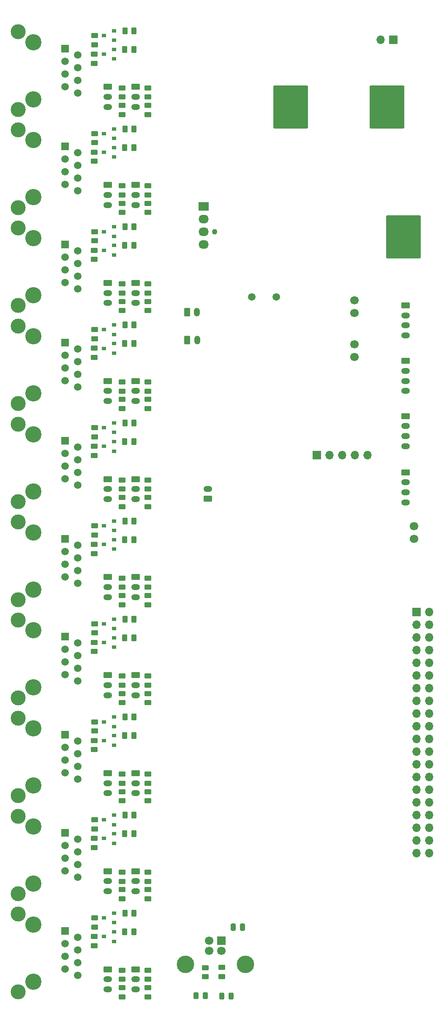
<source format=gbr>
%TF.GenerationSoftware,KiCad,Pcbnew,9.0.0*%
%TF.CreationDate,2025-03-21T01:21:14+03:00*%
%TF.ProjectId,MasterBoard,4d617374-6572-4426-9f61-72642e6b6963,rev?*%
%TF.SameCoordinates,Original*%
%TF.FileFunction,Soldermask,Bot*%
%TF.FilePolarity,Negative*%
%FSLAX46Y46*%
G04 Gerber Fmt 4.6, Leading zero omitted, Abs format (unit mm)*
G04 Created by KiCad (PCBNEW 9.0.0) date 2025-03-21 01:21:14*
%MOMM*%
%LPD*%
G01*
G04 APERTURE LIST*
G04 Aperture macros list*
%AMRoundRect*
0 Rectangle with rounded corners*
0 $1 Rounding radius*
0 $2 $3 $4 $5 $6 $7 $8 $9 X,Y pos of 4 corners*
0 Add a 4 corners polygon primitive as box body*
4,1,4,$2,$3,$4,$5,$6,$7,$8,$9,$2,$3,0*
0 Add four circle primitives for the rounded corners*
1,1,$1+$1,$2,$3*
1,1,$1+$1,$4,$5*
1,1,$1+$1,$6,$7*
1,1,$1+$1,$8,$9*
0 Add four rect primitives between the rounded corners*
20,1,$1+$1,$2,$3,$4,$5,0*
20,1,$1+$1,$4,$5,$6,$7,0*
20,1,$1+$1,$6,$7,$8,$9,0*
20,1,$1+$1,$8,$9,$2,$3,0*%
G04 Aperture macros list end*
%ADD10RoundRect,0.250000X-3.250000X-4.050000X3.250000X-4.050000X3.250000X4.050000X-3.250000X4.050000X0*%
%ADD11RoundRect,0.250000X-0.625000X0.350000X-0.625000X-0.350000X0.625000X-0.350000X0.625000X0.350000X0*%
%ADD12O,1.750000X1.200000*%
%ADD13C,1.500000*%
%ADD14RoundRect,0.250000X0.625000X-0.350000X0.625000X0.350000X-0.625000X0.350000X-0.625000X-0.350000X0*%
%ADD15C,3.250000*%
%ADD16R,1.500000X1.500000*%
%ADD17C,3.000000*%
%ADD18R,1.700000X1.700000*%
%ADD19O,1.700000X1.700000*%
%ADD20RoundRect,0.250000X-0.350000X-0.625000X0.350000X-0.625000X0.350000X0.625000X-0.350000X0.625000X0*%
%ADD21O,1.200000X1.750000*%
%ADD22C,1.700000*%
%ADD23C,1.100000*%
%ADD24R,2.030000X1.730000*%
%ADD25O,2.030000X1.730000*%
%ADD26C,3.500000*%
%ADD27RoundRect,0.250000X-0.262500X-0.450000X0.262500X-0.450000X0.262500X0.450000X-0.262500X0.450000X0*%
%ADD28RoundRect,0.250000X-0.450000X0.262500X-0.450000X-0.262500X0.450000X-0.262500X0.450000X0.262500X0*%
%ADD29R,0.900000X0.800000*%
%ADD30RoundRect,0.250000X0.450000X-0.262500X0.450000X0.262500X-0.450000X0.262500X-0.450000X-0.262500X0*%
%ADD31RoundRect,0.243750X-0.243750X-0.456250X0.243750X-0.456250X0.243750X0.456250X-0.243750X0.456250X0*%
%ADD32RoundRect,0.243750X0.243750X0.456250X-0.243750X0.456250X-0.243750X-0.456250X0.243750X-0.456250X0*%
%ADD33RoundRect,0.250000X0.250000X0.475000X-0.250000X0.475000X-0.250000X-0.475000X0.250000X-0.475000X0*%
G04 APERTURE END LIST*
D10*
%TO.C,U2*%
X144113000Y-59856398D03*
%TD*%
%TO.C,U1*%
X163363000Y-59856398D03*
%TD*%
D11*
%TO.C,ESA5*%
X107458000Y-153984176D03*
D12*
X107458000Y-155984176D03*
X107458000Y-157984176D03*
%TD*%
D13*
%TO.C,X1*%
X136313000Y-97856398D03*
X141193000Y-97856398D03*
%TD*%
D14*
%TO.C,R39*%
X127523000Y-138296398D03*
D12*
X127523000Y-136296398D03*
%TD*%
D11*
%TO.C,ESB5*%
X113058000Y-153984176D03*
D12*
X113058000Y-155984176D03*
X113058000Y-157984176D03*
%TD*%
D11*
%TO.C,ESA10*%
X107458000Y-55856398D03*
D12*
X107458000Y-57856398D03*
X107458000Y-59856398D03*
%TD*%
D11*
%TO.C,ESA8*%
X107458000Y-95107509D03*
D12*
X107458000Y-97107509D03*
X107458000Y-99107509D03*
%TD*%
D15*
%TO.C,MC1*%
X92513000Y-223521398D03*
X92513000Y-234951398D03*
D16*
X98863000Y-224791398D03*
D13*
X101403000Y-226061398D03*
X98863000Y-227331398D03*
X101403000Y-228601398D03*
X98863000Y-229871398D03*
X101403000Y-231141398D03*
X98863000Y-232411398D03*
X101403000Y-233681398D03*
D17*
X89463000Y-221466398D03*
X89463000Y-237006398D03*
%TD*%
D11*
%TO.C,ESA2*%
X107458000Y-212860842D03*
D12*
X107458000Y-214860842D03*
X107458000Y-216860842D03*
%TD*%
D15*
%TO.C,MC10*%
X92513000Y-46891398D03*
X92513000Y-58321398D03*
D16*
X98863000Y-48161398D03*
D13*
X101403000Y-49431398D03*
X98863000Y-50701398D03*
X101403000Y-51971398D03*
X98863000Y-53241398D03*
X101403000Y-54511398D03*
X98863000Y-55781398D03*
X101403000Y-57051398D03*
D17*
X89463000Y-44836398D03*
X89463000Y-60376398D03*
%TD*%
D11*
%TO.C,ESA9*%
X107458000Y-75481954D03*
D12*
X107458000Y-77481954D03*
X107458000Y-79481954D03*
%TD*%
D15*
%TO.C,MC6*%
X92513000Y-125393620D03*
X92513000Y-136823620D03*
D16*
X98863000Y-126663620D03*
D13*
X101403000Y-127933620D03*
X98863000Y-129203620D03*
X101403000Y-130473620D03*
X98863000Y-131743620D03*
X101403000Y-133013620D03*
X98863000Y-134283620D03*
X101403000Y-135553620D03*
D17*
X89463000Y-123338620D03*
X89463000Y-138878620D03*
%TD*%
D11*
%TO.C,J2*%
X167163000Y-110706398D03*
D12*
X167163000Y-112706398D03*
X167163000Y-114706398D03*
X167163000Y-116706398D03*
%TD*%
D11*
%TO.C,ESB10*%
X113058000Y-55856398D03*
D12*
X113058000Y-57856398D03*
X113058000Y-59856398D03*
%TD*%
D11*
%TO.C,J4*%
X167163000Y-133006398D03*
D12*
X167163000Y-135006398D03*
X167163000Y-137006398D03*
X167163000Y-139006398D03*
%TD*%
D11*
%TO.C,ESA3*%
X107458000Y-193235287D03*
D12*
X107458000Y-195235287D03*
X107458000Y-197235287D03*
%TD*%
D15*
%TO.C,MC4*%
X92513000Y-164644731D03*
X92513000Y-176074731D03*
D16*
X98863000Y-165914731D03*
D13*
X101403000Y-167184731D03*
X98863000Y-168454731D03*
X101403000Y-169724731D03*
X98863000Y-170994731D03*
X101403000Y-172264731D03*
X98863000Y-173534731D03*
X101403000Y-174804731D03*
D17*
X89463000Y-162589731D03*
X89463000Y-178129731D03*
%TD*%
D18*
%TO.C,PWR1*%
X164633000Y-46456398D03*
D19*
X162093000Y-46456398D03*
%TD*%
D11*
%TO.C,ESB6*%
X113058000Y-134358620D03*
D12*
X113058000Y-136358620D03*
X113058000Y-138358620D03*
%TD*%
D20*
%TO.C,R33*%
X123313000Y-100956398D03*
D21*
X125313000Y-100956398D03*
%TD*%
D11*
%TO.C,ESA6*%
X107458000Y-134358620D03*
D12*
X107458000Y-136358620D03*
X107458000Y-138358620D03*
%TD*%
D11*
%TO.C,J3*%
X167163000Y-121756398D03*
D12*
X167163000Y-123756398D03*
X167163000Y-125756398D03*
X167163000Y-127756398D03*
%TD*%
D10*
%TO.C,U3*%
X166663000Y-85906398D03*
%TD*%
D11*
%TO.C,ESB3*%
X113058000Y-193235287D03*
D12*
X113058000Y-195235287D03*
X113058000Y-197235287D03*
%TD*%
D15*
%TO.C,MC7*%
X92513000Y-105768065D03*
X92513000Y-117198065D03*
D16*
X98863000Y-107038065D03*
D13*
X101403000Y-108308065D03*
X98863000Y-109578065D03*
X101403000Y-110848065D03*
X98863000Y-112118065D03*
X101403000Y-113388065D03*
X98863000Y-114658065D03*
X101403000Y-115928065D03*
D17*
X89463000Y-103713065D03*
X89463000Y-119253065D03*
%TD*%
D20*
%TO.C,R37*%
X123363000Y-106556398D03*
D21*
X125363000Y-106556398D03*
%TD*%
D15*
%TO.C,MC5*%
X92513000Y-145019176D03*
X92513000Y-156449176D03*
D16*
X98863000Y-146289176D03*
D13*
X101403000Y-147559176D03*
X98863000Y-148829176D03*
X101403000Y-150099176D03*
X98863000Y-151369176D03*
X101403000Y-152639176D03*
X98863000Y-153909176D03*
X101403000Y-155179176D03*
D17*
X89463000Y-142964176D03*
X89463000Y-158504176D03*
%TD*%
D11*
%TO.C,ESA7*%
X107458000Y-114733065D03*
D12*
X107458000Y-116733065D03*
X107458000Y-118733065D03*
%TD*%
D15*
%TO.C,MC3*%
X92513000Y-184270287D03*
X92513000Y-195700287D03*
D16*
X98863000Y-185540287D03*
D13*
X101403000Y-186810287D03*
X98863000Y-188080287D03*
X101403000Y-189350287D03*
X98863000Y-190620287D03*
X101403000Y-191890287D03*
X98863000Y-193160287D03*
X101403000Y-194430287D03*
D17*
X89463000Y-182215287D03*
X89463000Y-197755287D03*
%TD*%
D11*
%TO.C,ESB7*%
X113058000Y-114733065D03*
D12*
X113058000Y-116733065D03*
X113058000Y-118733065D03*
%TD*%
D15*
%TO.C,MC8*%
X92513000Y-86142509D03*
X92513000Y-97572509D03*
D16*
X98863000Y-87412509D03*
D13*
X101403000Y-88682509D03*
X98863000Y-89952509D03*
X101403000Y-91222509D03*
X98863000Y-92492509D03*
X101403000Y-93762509D03*
X98863000Y-95032509D03*
X101403000Y-96302509D03*
D17*
X89463000Y-84087509D03*
X89463000Y-99627509D03*
%TD*%
D18*
%TO.C,RP1*%
X169323000Y-160956398D03*
D19*
X171863000Y-160956398D03*
X169323000Y-163496398D03*
X171863000Y-163496398D03*
X169323000Y-166036398D03*
X171863000Y-166036398D03*
X169323000Y-168576398D03*
X171863000Y-168576398D03*
X169323000Y-171116398D03*
X171863000Y-171116398D03*
X169323000Y-173656398D03*
X171863000Y-173656398D03*
X169323000Y-176196398D03*
X171863000Y-176196398D03*
X169323000Y-178736398D03*
X171863000Y-178736398D03*
X169323000Y-181276398D03*
X171863000Y-181276398D03*
X169323000Y-183816398D03*
X171863000Y-183816398D03*
X169323000Y-186356398D03*
X171863000Y-186356398D03*
X169323000Y-188896398D03*
X171863000Y-188896398D03*
X169323000Y-191436398D03*
X171863000Y-191436398D03*
X169323000Y-193976398D03*
X171863000Y-193976398D03*
X169323000Y-196516398D03*
X171863000Y-196516398D03*
X169323000Y-199056398D03*
X171863000Y-199056398D03*
X169323000Y-201596398D03*
X171863000Y-201596398D03*
X169323000Y-204136398D03*
X171863000Y-204136398D03*
X169323000Y-206676398D03*
X171863000Y-206676398D03*
X169323000Y-209216398D03*
X171863000Y-209216398D03*
%TD*%
D11*
%TO.C,ESB8*%
X113058000Y-95107509D03*
D12*
X113058000Y-97107509D03*
X113058000Y-99107509D03*
%TD*%
D15*
%TO.C,MC2*%
X92513000Y-203895842D03*
X92513000Y-215325842D03*
D16*
X98863000Y-205165842D03*
D13*
X101403000Y-206435842D03*
X98863000Y-207705842D03*
X101403000Y-208975842D03*
X98863000Y-210245842D03*
X101403000Y-211515842D03*
X98863000Y-212785842D03*
X101403000Y-214055842D03*
D17*
X89463000Y-201840842D03*
X89463000Y-217380842D03*
%TD*%
D22*
%TO.C,J5*%
X156854500Y-101076398D03*
X156854500Y-98536398D03*
%TD*%
D11*
%TO.C,ESA1*%
X107458000Y-232486398D03*
D12*
X107458000Y-234486398D03*
X107458000Y-236486398D03*
%TD*%
D11*
%TO.C,ESB1*%
X113058000Y-232486398D03*
D12*
X113058000Y-234486398D03*
X113058000Y-236486398D03*
%TD*%
D11*
%TO.C,ESB4*%
X113058000Y-173609731D03*
D12*
X113058000Y-175609731D03*
X113058000Y-177609731D03*
%TD*%
D23*
%TO.C,FAN1*%
X128823000Y-84836398D03*
D24*
X126663000Y-79756398D03*
D25*
X126663000Y-82296398D03*
X126663000Y-84836398D03*
X126663000Y-87376398D03*
%TD*%
D18*
%TO.C,USB1*%
X130243000Y-226796398D03*
D22*
X127743000Y-226796398D03*
X127743000Y-228796398D03*
X130243000Y-228796398D03*
D26*
X135013000Y-231506398D03*
X122973000Y-231506398D03*
%TD*%
D22*
%TO.C,J7*%
X156854500Y-109876398D03*
X156854500Y-107336398D03*
%TD*%
%TO.C,J6*%
X168807000Y-143816398D03*
X168807000Y-146356398D03*
%TD*%
D11*
%TO.C,ESB2*%
X113058000Y-212860842D03*
D12*
X113058000Y-214860842D03*
X113058000Y-216860842D03*
%TD*%
D15*
%TO.C,MC9*%
X92513000Y-66516954D03*
X92513000Y-77946954D03*
D16*
X98863000Y-67786954D03*
D13*
X101403000Y-69056954D03*
X98863000Y-70326954D03*
X101403000Y-71596954D03*
X98863000Y-72866954D03*
X101403000Y-74136954D03*
X98863000Y-75406954D03*
X101403000Y-76676954D03*
D17*
X89463000Y-64461954D03*
X89463000Y-80001954D03*
%TD*%
D18*
%TO.C,SWD1*%
X149323000Y-129556398D03*
D19*
X151863000Y-129556398D03*
X154403000Y-129556398D03*
X156943000Y-129556398D03*
X159483000Y-129556398D03*
%TD*%
D11*
%TO.C,ESB9*%
X113058000Y-75481954D03*
D12*
X113058000Y-77481954D03*
X113058000Y-79481954D03*
%TD*%
D11*
%TO.C,ESA4*%
X107458000Y-173609731D03*
D12*
X107458000Y-175609731D03*
X107458000Y-177609731D03*
%TD*%
D11*
%TO.C,J1*%
X167163000Y-99606398D03*
D12*
X167163000Y-101606398D03*
X167163000Y-103606398D03*
X167163000Y-105606398D03*
%TD*%
D27*
%TO.C,R113*%
X110895500Y-123121120D03*
X112720500Y-123121120D03*
%TD*%
D28*
%TO.C,R76*%
X115458000Y-193422787D03*
X115458000Y-195247787D03*
%TD*%
D29*
%TO.C,Q27*%
X108708000Y-126858620D03*
X108708000Y-128758620D03*
X106708000Y-127808620D03*
%TD*%
D30*
%TO.C,R146*%
X115458000Y-80994454D03*
X115458000Y-79169454D03*
%TD*%
%TO.C,R61*%
X110308000Y-218373342D03*
X110308000Y-216548342D03*
%TD*%
%TO.C,R85*%
X110308000Y-179122231D03*
X110308000Y-177297231D03*
%TD*%
%TO.C,R134*%
X115458000Y-100620009D03*
X115458000Y-98795009D03*
%TD*%
D29*
%TO.C,Q31*%
X108708000Y-107233065D03*
X108708000Y-109133065D03*
X106708000Y-108183065D03*
%TD*%
D28*
%TO.C,R52*%
X115458000Y-232673898D03*
X115458000Y-234498898D03*
%TD*%
D27*
%TO.C,R125*%
X110895500Y-103495565D03*
X112720500Y-103495565D03*
%TD*%
D28*
%TO.C,R163*%
X104808000Y-45568898D03*
X104808000Y-47393898D03*
%TD*%
D27*
%TO.C,R114*%
X110845500Y-126858620D03*
X112670500Y-126858620D03*
%TD*%
D30*
%TO.C,R145*%
X110308000Y-80994454D03*
X110308000Y-79169454D03*
%TD*%
D28*
%TO.C,R151*%
X104808000Y-65194454D03*
X104808000Y-67019454D03*
%TD*%
D27*
%TO.C,R90*%
X110845500Y-166109731D03*
X112670500Y-166109731D03*
%TD*%
D28*
%TO.C,R136*%
X115458000Y-95295009D03*
X115458000Y-97120009D03*
%TD*%
%TO.C,R111*%
X110308000Y-134546120D03*
X110308000Y-136371120D03*
%TD*%
D27*
%TO.C,R54*%
X110845500Y-224986398D03*
X112670500Y-224986398D03*
%TD*%
D28*
%TO.C,R159*%
X110308000Y-56043898D03*
X110308000Y-57868898D03*
%TD*%
D30*
%TO.C,R110*%
X115458000Y-139871120D03*
X115458000Y-138046120D03*
%TD*%
D31*
%TO.C,LD7*%
X125125500Y-237756398D03*
X127000500Y-237756398D03*
%TD*%
D28*
%TO.C,R79*%
X104808000Y-182947787D03*
X104808000Y-184772787D03*
%TD*%
D30*
%TO.C,R74*%
X115458000Y-198747787D03*
X115458000Y-196922787D03*
%TD*%
D29*
%TO.C,Q15*%
X108708000Y-185735287D03*
X108708000Y-187635287D03*
X106708000Y-186685287D03*
%TD*%
D28*
%TO.C,R128*%
X104758000Y-108170565D03*
X104758000Y-109995565D03*
%TD*%
%TO.C,R152*%
X104758000Y-68919454D03*
X104758000Y-70744454D03*
%TD*%
%TO.C,R139*%
X104808000Y-84820009D03*
X104808000Y-86645009D03*
%TD*%
%TO.C,R67*%
X104808000Y-202573342D03*
X104808000Y-204398342D03*
%TD*%
%TO.C,R148*%
X115458000Y-75669454D03*
X115458000Y-77494454D03*
%TD*%
%TO.C,R92*%
X104758000Y-167047231D03*
X104758000Y-168872231D03*
%TD*%
D27*
%TO.C,R161*%
X110895500Y-44618898D03*
X112720500Y-44618898D03*
%TD*%
D32*
%TO.C,LD6*%
X132150500Y-237856398D03*
X130275500Y-237856398D03*
%TD*%
D30*
%TO.C,R62*%
X115458000Y-218373342D03*
X115458000Y-216548342D03*
%TD*%
D27*
%TO.C,R78*%
X110845500Y-185735287D03*
X112670500Y-185735287D03*
%TD*%
D30*
%TO.C,R133*%
X110308000Y-100620009D03*
X110308000Y-98795009D03*
%TD*%
D29*
%TO.C,Q10*%
X108708000Y-201623342D03*
X108708000Y-203523342D03*
X106708000Y-202573342D03*
%TD*%
D30*
%TO.C,R122*%
X115458000Y-120245565D03*
X115458000Y-118420565D03*
%TD*%
%TO.C,R49*%
X110308000Y-237998898D03*
X110308000Y-236173898D03*
%TD*%
D28*
%TO.C,R123*%
X110308000Y-114920565D03*
X110308000Y-116745565D03*
%TD*%
%TO.C,R103*%
X104808000Y-143696676D03*
X104808000Y-145521676D03*
%TD*%
D30*
%TO.C,R73*%
X110308000Y-198747787D03*
X110308000Y-196922787D03*
%TD*%
%TO.C,R86*%
X115458000Y-179122231D03*
X115458000Y-177297231D03*
%TD*%
%TO.C,R30*%
X130263000Y-233918898D03*
X130263000Y-232093898D03*
%TD*%
D27*
%TO.C,R162*%
X110845500Y-48356398D03*
X112670500Y-48356398D03*
%TD*%
D29*
%TO.C,Q26*%
X108708000Y-123121120D03*
X108708000Y-125021120D03*
X106708000Y-124071120D03*
%TD*%
D27*
%TO.C,R101*%
X110895500Y-142746676D03*
X112720500Y-142746676D03*
%TD*%
D30*
%TO.C,R158*%
X115458000Y-61368898D03*
X115458000Y-59543898D03*
%TD*%
D29*
%TO.C,Q23*%
X108708000Y-146484176D03*
X108708000Y-148384176D03*
X106708000Y-147434176D03*
%TD*%
D33*
%TO.C,C31*%
X134463000Y-224056398D03*
X132563000Y-224056398D03*
%TD*%
D28*
%TO.C,R64*%
X115458000Y-213048342D03*
X115458000Y-214873342D03*
%TD*%
D30*
%TO.C,R97*%
X110308000Y-159496676D03*
X110308000Y-157671676D03*
%TD*%
D28*
%TO.C,R87*%
X110308000Y-173797231D03*
X110308000Y-175622231D03*
%TD*%
%TO.C,R68*%
X104758000Y-206298342D03*
X104758000Y-208123342D03*
%TD*%
%TO.C,R104*%
X104758000Y-147421676D03*
X104758000Y-149246676D03*
%TD*%
D30*
%TO.C,R109*%
X110308000Y-139871120D03*
X110308000Y-138046120D03*
%TD*%
D28*
%TO.C,R147*%
X110308000Y-75669454D03*
X110308000Y-77494454D03*
%TD*%
D27*
%TO.C,R66*%
X110845500Y-205360842D03*
X112670500Y-205360842D03*
%TD*%
D28*
%TO.C,R80*%
X104758000Y-186672787D03*
X104758000Y-188497787D03*
%TD*%
D29*
%TO.C,Q30*%
X108708000Y-103495565D03*
X108708000Y-105395565D03*
X106708000Y-104445565D03*
%TD*%
%TO.C,Q14*%
X108708000Y-181997787D03*
X108708000Y-183897787D03*
X106708000Y-182947787D03*
%TD*%
D28*
%TO.C,R99*%
X110308000Y-154171676D03*
X110308000Y-155996676D03*
%TD*%
%TO.C,R140*%
X104758000Y-88545009D03*
X104758000Y-90370009D03*
%TD*%
%TO.C,R75*%
X110308000Y-193422787D03*
X110308000Y-195247787D03*
%TD*%
D29*
%TO.C,Q42*%
X108708000Y-44618898D03*
X108708000Y-46518898D03*
X106708000Y-45568898D03*
%TD*%
D28*
%TO.C,R115*%
X104808000Y-124071120D03*
X104808000Y-125896120D03*
%TD*%
%TO.C,R116*%
X104758000Y-127796120D03*
X104758000Y-129621120D03*
%TD*%
%TO.C,R56*%
X104758000Y-225923898D03*
X104758000Y-227748898D03*
%TD*%
%TO.C,R63*%
X110308000Y-213048342D03*
X110308000Y-214873342D03*
%TD*%
D27*
%TO.C,R138*%
X110845500Y-87607509D03*
X112670500Y-87607509D03*
%TD*%
D30*
%TO.C,R31*%
X126963000Y-233968898D03*
X126963000Y-232143898D03*
%TD*%
D27*
%TO.C,R149*%
X110895500Y-64244454D03*
X112720500Y-64244454D03*
%TD*%
%TO.C,R77*%
X110895500Y-181997787D03*
X112720500Y-181997787D03*
%TD*%
D29*
%TO.C,Q7*%
X108708000Y-224986398D03*
X108708000Y-226886398D03*
X106708000Y-225936398D03*
%TD*%
D28*
%TO.C,R135*%
X110308000Y-95295009D03*
X110308000Y-97120009D03*
%TD*%
%TO.C,R100*%
X115458000Y-154171676D03*
X115458000Y-155996676D03*
%TD*%
%TO.C,R164*%
X104758000Y-49293898D03*
X104758000Y-51118898D03*
%TD*%
D30*
%TO.C,R157*%
X110308000Y-61368898D03*
X110308000Y-59543898D03*
%TD*%
D28*
%TO.C,R112*%
X115458000Y-134546120D03*
X115458000Y-136371120D03*
%TD*%
D27*
%TO.C,R65*%
X110895500Y-201623342D03*
X112720500Y-201623342D03*
%TD*%
D30*
%TO.C,R98*%
X115458000Y-159496676D03*
X115458000Y-157671676D03*
%TD*%
D27*
%TO.C,R126*%
X110845500Y-107233065D03*
X112670500Y-107233065D03*
%TD*%
D28*
%TO.C,R88*%
X115458000Y-173797231D03*
X115458000Y-175622231D03*
%TD*%
D30*
%TO.C,R121*%
X110308000Y-120245565D03*
X110308000Y-118420565D03*
%TD*%
D28*
%TO.C,R160*%
X115458000Y-56043898D03*
X115458000Y-57868898D03*
%TD*%
D29*
%TO.C,Q38*%
X108708000Y-64244454D03*
X108708000Y-66144454D03*
X106708000Y-65194454D03*
%TD*%
D28*
%TO.C,R55*%
X104808000Y-222198898D03*
X104808000Y-224023898D03*
%TD*%
D29*
%TO.C,Q11*%
X108708000Y-205360842D03*
X108708000Y-207260842D03*
X106708000Y-206310842D03*
%TD*%
%TO.C,Q6*%
X108708000Y-221248898D03*
X108708000Y-223148898D03*
X106708000Y-222198898D03*
%TD*%
%TO.C,Q43*%
X108708000Y-48356398D03*
X108708000Y-50256398D03*
X106708000Y-49306398D03*
%TD*%
D28*
%TO.C,R124*%
X115458000Y-114920565D03*
X115458000Y-116745565D03*
%TD*%
D29*
%TO.C,Q19*%
X108708000Y-166109731D03*
X108708000Y-168009731D03*
X106708000Y-167059731D03*
%TD*%
%TO.C,Q18*%
X108708000Y-162372231D03*
X108708000Y-164272231D03*
X106708000Y-163322231D03*
%TD*%
D27*
%TO.C,R102*%
X110845500Y-146484176D03*
X112670500Y-146484176D03*
%TD*%
D28*
%TO.C,R127*%
X104808000Y-104445565D03*
X104808000Y-106270565D03*
%TD*%
%TO.C,R51*%
X110308000Y-232673898D03*
X110308000Y-234498898D03*
%TD*%
%TO.C,R91*%
X104808000Y-163322231D03*
X104808000Y-165147231D03*
%TD*%
D27*
%TO.C,R53*%
X110895500Y-221248898D03*
X112720500Y-221248898D03*
%TD*%
%TO.C,R137*%
X110895500Y-83870009D03*
X112720500Y-83870009D03*
%TD*%
D29*
%TO.C,Q34*%
X108708000Y-83870009D03*
X108708000Y-85770009D03*
X106708000Y-84820009D03*
%TD*%
%TO.C,Q35*%
X108708000Y-87607509D03*
X108708000Y-89507509D03*
X106708000Y-88557509D03*
%TD*%
D27*
%TO.C,R89*%
X110895500Y-162372231D03*
X112720500Y-162372231D03*
%TD*%
D30*
%TO.C,R50*%
X115458000Y-237998898D03*
X115458000Y-236173898D03*
%TD*%
D29*
%TO.C,Q22*%
X108708000Y-142746676D03*
X108708000Y-144646676D03*
X106708000Y-143696676D03*
%TD*%
D27*
%TO.C,R150*%
X110845500Y-67981954D03*
X112670500Y-67981954D03*
%TD*%
D29*
%TO.C,Q39*%
X108708000Y-67981954D03*
X108708000Y-69881954D03*
X106708000Y-68931954D03*
%TD*%
M02*

</source>
